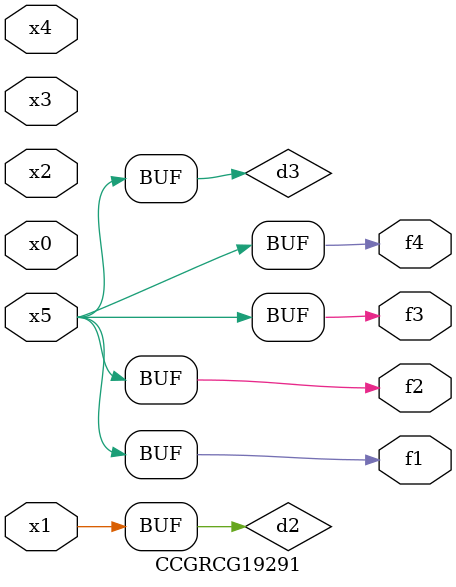
<source format=v>
module CCGRCG19291(
	input x0, x1, x2, x3, x4, x5,
	output f1, f2, f3, f4
);

	wire d1, d2, d3;

	not (d1, x5);
	or (d2, x1);
	xnor (d3, d1);
	assign f1 = d3;
	assign f2 = d3;
	assign f3 = d3;
	assign f4 = d3;
endmodule

</source>
